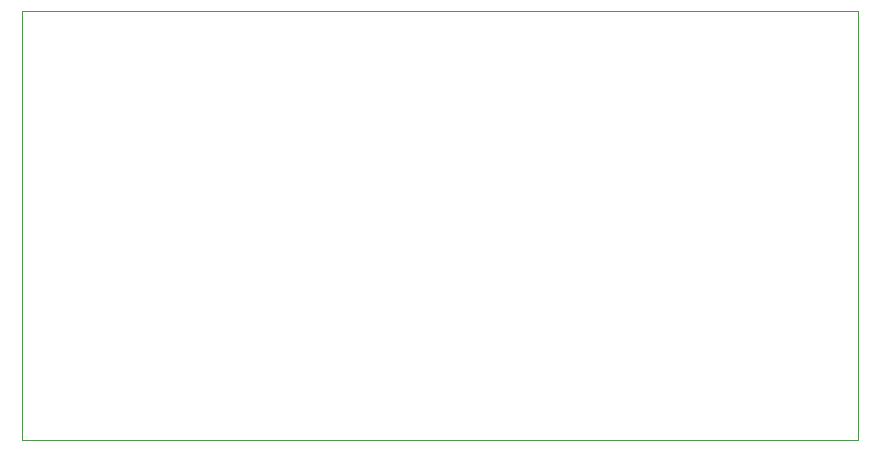
<source format=gm1>
%TF.GenerationSoftware,KiCad,Pcbnew,9.0.1*%
%TF.CreationDate,2025-06-09T13:50:41-07:00*%
%TF.ProjectId,chop_battery_board,63686f70-5f62-4617-9474-6572795f626f,rev?*%
%TF.SameCoordinates,Original*%
%TF.FileFunction,Profile,NP*%
%FSLAX46Y46*%
G04 Gerber Fmt 4.6, Leading zero omitted, Abs format (unit mm)*
G04 Created by KiCad (PCBNEW 9.0.1) date 2025-06-09 13:50:41*
%MOMM*%
%LPD*%
G01*
G04 APERTURE LIST*
%TA.AperFunction,Profile*%
%ADD10C,0.100000*%
%TD*%
G04 APERTURE END LIST*
D10*
X140167408Y-103399771D02*
X211023408Y-103399771D01*
X211023408Y-139679771D01*
X140167408Y-139679771D01*
X140167408Y-103399771D01*
M02*

</source>
